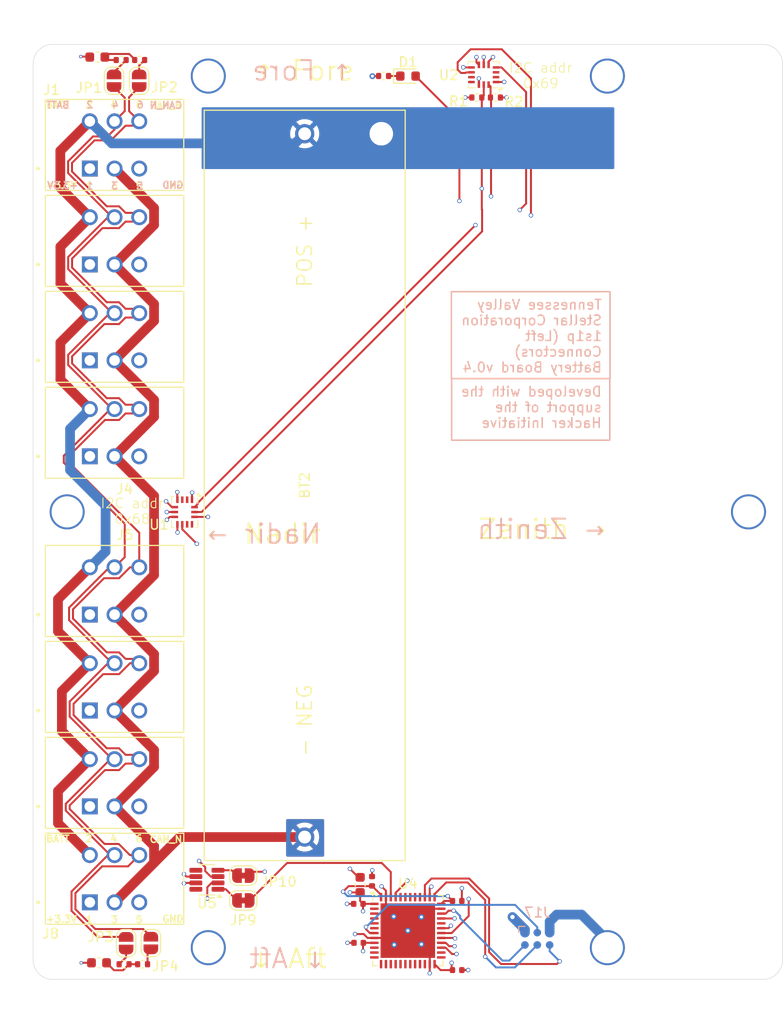
<source format=kicad_pcb>
(kicad_pcb (version 20221018) (generator pcbnew)
  (layers (0 "F.Cu" signal) (1 "In1.Cu" signal) (2 "In2.Cu" signal) (31 "B.Cu" signal) (34 "B.Paste" user) (35 "F.Paste" user) (36 "B.SilkS" user "B.Silkscreen") (37 "F.SilkS" user "F.Silkscreen") (38 "B.Mask" user) (39 "F.Mask" user) (44 "Edge.Cuts" user))
  (property "PCB_VERSION" "0.4")
  (net 0 "")
  (net 1 "BATT_MID")
  (net 2 "BATT")
  (net 3 "GND")
  (net 4 "+3.3V")
  (net 5 "Net-(C7-Pad1)")
  (net 6 "Net-(C8-Pad1)")
  (net 7 "Net-(D1-K)")
  (net 8 "SWDIO")
  (net 9 "NRST")
  (net 10 "SWCLK")
  (net 11 "TRACESWO")
  (net 12 "Net-(JP1-A)")
  (net 13 "Net-(JP2-B)")
  (net 14 "Net-(JP3-A)")
  (net 15 "Net-(JP4-B)")
  (net 16 "I2C1_SCL")
  (net 17 "I2C1_SDA")
  (net 20 "IMU1_INT1")
  (net 21 "IMU1_INT2")
  (net 24 "CAN1_RX")
  (net 25 "CAN1_TX")
  (net 26 "/MCU/DEBUG_LED_A")
  (net 29 "IMU2_INT1")
  (net 30 "IMU2_INT2")
  (net 61 "CAN_2_P")
  (net 62 "CAN_2_N")
  (net 63 "Net-(JP9-A)")
  (net 64 "Net-(JP10-A)")
  (footprint "footprints:TE_Connectivity_7-5530843-7" (layer "F.Cu") (at 122.78 103.31)
    (fp_text reference "J6" hide)
    (fp_text value "TE_Connectivity_7-5530843-7")
  )
  (footprint "footprints:TE_Connectivity_7-5530843-7" (layer "F.Cu") (at 122.78 57.51)
    (fp_text reference "J2" hide)
    (fp_text value "TE_Connectivity_7-5530843-7")
  )
  (footprint "footprints:TE_Connectivity_7-5530843-7" (layer "F.Cu") (at 122.78 77.21)
    (fp_text reference "J4")
    (fp_text value "TE_Connectivity_7-5530843-7")
  )
  (footprint "Resistor_SMD:R_0402_1005Metric" (layer "F.Cu") (at 123.76 131.79)
    (fp_text reference "R6" hide)
    (fp_text value "60")
  )
  (footprint "Package_TO_SOT_SMD:SOT-23-8" (layer "F.Cu") (at 132.2725 123.115 180)
    (fp_text reference "U5")
    (fp_text value "TCAN330")
  )
  (footprint "Jumper:SolderJumper-2_P1.3mm_Open_RoundedPad1.0x1.5mm" (layer "F.Cu") (at 122.73 41.07 -90)
    (fp_text reference "JP1")
    (fp_text value "SolderJumper_2_Open")
  )
  (footprint "footprints:TE_Connectivity_7-5530843-7" (layer "F.Cu") (at 122.78 123.01)
    (fp_text reference "J8")
    (fp_text value "TE_Connectivity_7-5530843-7")
  )
  (footprint "Jumper:SolderJumper-2_P1.3mm_Open_RoundedPad1.0x1.5mm" (layer "F.Cu") (at 125.31 41.07 90)
    (fp_text reference "JP2")
    (fp_text value "SolderJumper_2_Open")
  )
  (footprint "Resistor_SMD:R_0402_1005Metric" (layer "F.Cu") (at 160 42.79)
    (fp_text reference "R1")
    (fp_text value "1k5")
  )
  (footprint "footprints:Nondescript_C_0402_1005Metric" (layer "F.Cu") (at 157.98 125.29)
    (fp_text reference "C3" hide)
    (fp_text value "100n")
  )
  (footprint "Resistor_SMD:R_0402_1005Metric" (layer "F.Cu") (at 125.66 131.79)
    (fp_text reference "R7" hide)
    (fp_text value "60")
  )
  (footprint "footprints:Nondescript_C_0402_1005Metric" (layer "F.Cu") (at 157.98 132.39)
    (fp_text reference "C4" hide)
    (fp_text value "100n")
  )
  (footprint "Jumper:SolderJumper-2_P1.3mm_Bridged_RoundedPad1.0x1.5mm" (layer "F.Cu") (at 136.01 125.24)
    (fp_text reference "JP9")
    (fp_text value "SolderJumper_2_Bridged")
  )
  (footprint "footprints:Nondescript_C_0402_1005Metric" (layer "F.Cu") (at 147.83 125.59 180)
    (fp_text reference "C6" hide)
    (fp_text value "100n")
  )
  (footprint "Package_DFN_QFN:QFN-48-1EP_7x7mm_P0.5mm_EP5.6x5.6mm" (layer "F.Cu") (at 152.91 128.34)
    (fp_text reference "U4")
    (fp_text value "STM32L452CEU6")
  )
  (footprint "footprints:TE_Connectivity_7-5530843-7" (layer "F.Cu") (at 122.78 93.46)
    (fp_text reference "J5")
    (fp_text value "TE_Connectivity_7-5530843-7")
  )
  (footprint "footprints:Interior_Side_Panel_PCB_Shape" (layer "F.Cu") (at 113.71 133.34)
    (fp_text reference "PCB1" hide)
    (fp_text value "~" hide)
    (fp_line (start 0.7 -94) (end 0.7 -2) (stroke (width 0.05)) (layer "Edge.Cuts"))
    (fp_line (start 2.7 -96) (end 75.7 -96) (stroke (width 0.05)) (layer "Edge.Cuts"))
    (fp_line (start 75.7 0) (end 2.7 0) (stroke (width 0.05)) (layer "Edge.Cuts"))
    (fp_line (start 77.7 -94) (end 77.7 -2) (stroke (width 0.05)) (layer "Edge.Cuts"))
    (fp_arc (start 0.7 -94) (mid 1.285786 -95.414214) (end 2.7 -96) (stroke (width 0.05)) (layer "Edge.Cuts"))
    (fp_arc (start 2.7 0) (mid 1.285786 -0.585786) (end 0.7 -2) (stroke (width 0.05)) (layer "Edge.Cuts"))
    (fp_arc (start 75.7 -96) (mid 77.114214 -95.414214) (end 77.7 -94) (stroke (width 0.05)) (layer "Edge.Cuts"))
    (fp_arc (start 77.7 -2) (mid 77.114214 -0.585786) (end 75.7 0) (stroke (width 0.05)) (layer "Edge.Cuts"))
  )
  (footprint "Jumper:SolderJumper-2_P1.3mm_Open_RoundedPad1.0x1.5mm" (layer "F.Cu") (at 126.51 129.61 -90)
    (fp_text reference "JP4")
    (fp_text value "SolderJumper_2_Open")
  )
  (footprint "footprints:Nondescript_C_0603_1608Metric" (layer "F.Cu") (at 148.01 123.64 90)
    (fp_text reference "C1" hide)
    (fp_text value "10u")
  )
  (footprint "Jumper:SolderJumper-2_P1.3mm_Bridged_RoundedPad1.0x1.5mm" (layer "F.Cu") (at 136.01 122.69)
    (fp_text reference "JP10")
    (fp_text value "SolderJumper_2_Bridged")
  )
  (footprint "Resistor_SMD:R_0402_1005Metric" (layer "F.Cu") (at 125.36 38.94)
    (fp_text reference "R5" hide)
    (fp_text value "60")
  )
  (footprint "footprints:TE_Connectivity_7-5530843-7" (layer "F.Cu") (at 122.78 113.16)
    (fp_text reference "J7" hide)
    (fp_text value "TE_Connectivity_7-5530843-7")
  )
  (footprint "Package_LGA:Bosch_LGA-14_3x2.5mm_P0.5mm" (layer "F.Cu") (at 160.71 40.4525 180)
    (fp_text reference "U2")
    (fp_text value "BMI323")
  )
  (footprint "footprints:TE_Connectivity_7-5530843-7" (layer "F.Cu") (at 122.78 67.36)
    (fp_text reference "J3" hide)
    (fp_text value "TE_Connectivity_7-5530843-7")
  )
  (footprint "footprints:Nondescript_C_0402_1005Metric" (layer "F.Cu") (at 147.86 129.59 180)
    (fp_text reference "C5" hide)
    (fp_text value "100n")
  )
  (footprint "Capacitor_SMD:C_0603_1608Metric" (layer "F.Cu") (at 121.01 38.64 180)
    (fp_text reference "C7" hide)
    (fp_text value "10u")
  )
  (footprint "Jumper:SolderJumper-2_P1.3mm_Open_RoundedPad1.0x1.5mm" (layer "F.Cu") (at 123.97 129.63 90)
    (fp_text reference "JP3")
    (fp_text value "SolderJumper_2_Open")
  )
  (footprint "Resistor_SMD:R_0402_1005Metric" (layer "F.Cu") (at 123.46 38.94 180)
    (fp_text reference "R4" hide)
    (fp_text value "60")
  )
  (footprint "LED_SMD:LED_0603_1608Metric" (layer "F.Cu") (at 152.9225 40.59)
    (fp_text reference "D1")
    (fp_text value "Blue LED")
  )
  (footprint "Resistor_SMD:R_0402_1005Metric" (layer "F.Cu") (at 161.91 42.79 180)
    (fp_text reference "R2")
    (fp_text value "1k5")
  )
  (footprint "footprints:BAT_1043" (layer "F.Cu") (at 142.315 82.62 90)
    (fp_text reference "BT2")
    (fp_text value "Keystone_1043")
  )
  (footprint "footprints:Nondescript_C_0402_1005Metric" (layer "F.Cu") (at 149.235 123.265 90)
    (fp_text reference "C2" hide)
    (fp_text value "100n")
  )
  (footprint "footprints:TE_Connectivity_7-5530843-7" (layer "F.Cu") (at 122.78 47.66)
    (fp_text reference "J1")
    (fp_text value "TE_Connectivity_7-5530843-7")
  )
  (footprint "Capacitor_SMD:C_0603_1608Metric" (layer "F.Cu") (at 121.185 131.64 180)
    (fp_text reference "C8" hide)
    (fp_text value "10u")
  )
  (footprint "Package_LGA:Bosch_LGA-14_3x2.5mm_P0.5mm" (layer "F.Cu") (at 129.9875 85.355 -90)
    (fp_text reference "U1")
    (fp_text value "BMI323")
  )
  (footprint "footprints:Nondescript_R_0402_1005Metric" (layer "F.Cu") (at 150.4225 40.58 180)
    (fp_text reference "R3" hide)
    (fp_text value "2.21k")
  )
  (footprint "Connector:Tag-Connect_TC2030-IDC-NL_2x03_P1.27mm_Vertical" (layer "B.Cu") (at 166.21 129.175)
    (fp_text reference "J17")
    (fp_text value "STLINK_TagConnect_6")
  )
  (gr_text "CAN_N" (at 126.310002 43.59) (layer "B.SilkS") (effects (font (size 0.7 0.7) (thickness 0.15) bold) (justify right mirror)))
  (gr_text "GND" (at 127.610002 51.79) (layer "B.SilkS") (effects (font (size 0.7 0.7) (thickness 0.15) bold) (justify right mirror)))
  (gr_text "2" (at 120.235 43.54) (layer "B.SilkS") (effects (font (size 0.7 0.7) (thickness 0.15) bold) (justify mirror)))
  (gr_text "4" (at 122.86 43.565) (layer "B.SilkS") (effects (font (size 0.7 0.7) (thickness 0.15) bold) (justify mirror)))
  (gr_text "5" (at 125.385 51.865) (layer "B.SilkS") (effects (font (size 0.7 0.7) (thickness 0.15) bold) (justify mirror)))
  (gr_text "Nadir →" (at 131.985 87.59) (layer "B.SilkS") (effects (font (size 2 2) (thickness 0.2)) (justify right mirror)))
  (gr_text "+3.3V" (at 119.110002 51.815) (layer "B.SilkS") (effects (font (size 0.7 0.7) (thickness 0.15) bold) (justify left mirror)))
  (gr_text "← Zenith" (at 173.485 87.115) (layer "B.SilkS") (effects (font (size 2 2) (thickness 0.2)) (justify left mirror)))
  (gr_text "BATT\n" (at 118.235002 43.565) (layer "B.SilkS") (effects (font (size 0.7 0.7) (thickness 0.15) bold) (justify left mirror)))
  (gr_text "3" (at 122.785 51.865) (layer "B.SilkS") (effects (font (size 0.7 0.7) (thickness 0.15) bold) (justify mirror)))
  (gr_text "1" (at 120.235 51.865) (layer "B.SilkS") (effects (font (size 0.7 0.7) (thickness 0.15) bold) (justify mirror)))
  (gr_text "6" (at 125.41 43.54) (layer "B.SilkS") (effects (font (size 0.7 0.7) (thickness 0.15) bold) (justify mirror)))
  (gr_text "1" (at 120.16 127.215) (layer "F.SilkS") (effects (font (size 0.7 0.7) (thickness 0.15) bold)))
  (gr_text "4" (at 122.685 43.565) (layer "F.SilkS") (effects (font (size 0.7 0.7) (thickness 0.15) bold)))
  (gr_text "BATT" (at 118.235 43.565) (layer "F.SilkS") (effects (font (size 0.7 0.7) (thickness 0.15) bold) (justify right)))
  (gr_text "← Nadir" (at 144.11 87.59) (layer "F.SilkS") (effects (font (size 2 2) (thickness 0.2)) (justify right)))
  (gr_text "1" (at 120.16 51.865) (layer "F.SilkS") (effects (font (size 0.7 0.7) (thickness 0.15) bold)))
  (gr_text "3" (at 122.76 51.865) (layer "F.SilkS") (effects (font (size 0.7 0.7) (thickness 0.15) bold)))
  (gr_text "Zenith →" (at 160.01 87.115) (layer "F.SilkS") (effects (font (size 2 2) (thickness 0.2)) (justify left)))
  (gr_text "I2C addr\n0x69" (at 166.56 40.54) (layer "F.SilkS") (effects (font (size 1 1) (thickness 0.1))))
  (gr_text "BATT" (at 118.235 118.915) (layer "F.SilkS") (effects (font (size 0.7 0.7) (thickness 0.15) bold) (justify right)))
  (gr_text "5" (at 125.31 127.215) (layer "F.SilkS") (effects (font (size 0.7 0.7) (thickness 0.15) bold)))
  (gr_text "6" (at 125.31 118.89) (layer "F.SilkS") (effects (font (size 0.7 0.7) (thickness 0.15) bold)))
  (gr_text "2" (at 120.135 118.89) (layer "F.SilkS") (effects (font (size 0.7 0.7) (thickness 0.15) bold)))
  (gr_text "CAN_N" (at 126.31 118.965) (layer "F.SilkS") (effects (font (size 0.7 0.7) (thickness 0.15) bold) (justify left)))
  (gr_text "+3.3V" (at 118.985 127.165) (layer "F.SilkS") (effects (font (size 0.7 0.7) (thickness 0.15) bold) (justify right)))
  (gr_text "2" (at 120.135 43.54) (layer "F.SilkS") (effects (font (size 0.7 0.7) (thickness 0.15) bold)))
  (gr_text "+3.3V" (at 118.985 51.815) (layer "F.SilkS") (effects (font (size 0.7 0.7) (thickness 0.15) bold) (justify right)))
  (gr_text "GND\n" (at 127.61 127.14) (layer "F.SilkS") (effects (font (size 0.7 0.7) (thickness 0.15) bold) (justify left)))
  (gr_text "CAN_N" (at 126.31 43.615) (layer "F.SilkS") (effects (font (size 0.7 0.7) (thickness 0.15) bold) (justify left)))
  (gr_text "GND\n" (at 127.61 51.79) (layer "F.SilkS") (effects (font (size 0.7 0.7) (thickness 0.15) bold) (justify left)))
  (gr_text "6" (at 125.31 43.54) (layer "F.SilkS") (effects (font (size 0.7 0.7) (thickness 0.15) bold)))
  (gr_text "4" (at 122.685 118.915) (layer "F.SilkS") (effects (font (size 0.7 0.7) (thickness 0.15) bold)))
  (gr_text "I2C addr\n0x68" (at 124.61 85.265) (layer "F.SilkS") (effects (font (size 1 1) (thickness 0.1))))
  (gr_text "5" (at 125.31 51.865) (layer "F.SilkS") (effects (font (size 0.7 0.7) (thickness 0.15) bold)))
  (gr_text "3" (at 122.76 127.215) (layer "F.SilkS") (effects (font (size 0.7 0.7) (thickness 0.15) bold)))
  (gr_text_box "Tennessee Valley Stellar Corporation\n1s1p (Left Connectors) Battery Board v${PCB_VERSION}\n" (start 157.384041 62.728459) (end 173.68596 71.6525) (layer "B.SilkS") (effects (font (size 1 1)) (justify left top mirror)) (stroke (width 0.15)))
  (gr_text_box "Developed with the support of the Hacker Initiative" (start 157.41 71.6525) (end 173.66 77.9775) (layer "B.SilkS") (effects (font (size 1 1)) (justify left top mirror)) (stroke (width 0.15)))
  (segment (start 126.83915 65.72655) (end 126.83915 63.99485) (width 1) (layer "F.Cu") (net 1))
  (segment (start 126.83915 75.57655) (end 126.83915 73.84485) (width 1) (layer "F.Cu") (net 1))
  (segment (start 126.83915 111.52655) (end 122.78 115.5857) (width 1) (layer "F.Cu") (net 1))
  (segment (start 126.83915 63.99485) (end 122.78 59.9357) (width 1) (layer "F.Cu") (net 1))
  (segment (start 122.78 79.6357) (end 126.83915 75.57655) (width 1) (layer "F.Cu") (net 1))
  (segment (start 126.83915 109.79485) (end 126.83915 111.52655) (width 1) (layer "F.Cu") (net 1))
  (segment (start 122.78 95.8857) (end 126.83915 99.94485) (width 1) (layer "F.Cu") (net 1))
  (segment (start 122.78 125.4357) (end 129.4857 118.73) (width 1) (layer "F.Cu") (net 1))
  (segment (start 122.78 105.7357) (end 126.83915 109.79485) (width 1) (layer "F.Cu") (net 1))
  (segment (start 126.83915 54.14485) (end 126.83915 55.87655) (width 1) (layer "F.Cu") (net 1))
  (segment (start 129.4857 118.73) (end 142.315 118.73) (width 1) (layer "F.Cu") (net 1))
  (segment (start 126.83915 55.87655) (end 122.78 59.9357) (width 1) (layer "F.Cu") (net 1))
  (segment (start 126.83915 121.37655) (end 126.83915 119.64485) (width 1) (layer "F.Cu") (net 1))
  (segment (start 126.83915 73.84485) (end 122.78 69.7857) (width 1) (layer "F.Cu") (net 1))
  (segment (start 126.83915 99.94485) (end 126.83915 101.67655) (width 1) (layer "F.Cu") (net 1))
  (segment (start 122.78 125.4357) (end 126.83915 121.37655) (width 1) (layer "F.Cu") (net 1))
  (segment (start 126.83915 91.82655) (end 126.83915 83.69485) (width 1) (layer "F.Cu") (net 1))
  (segment (start 122.78 95.8857) (end 126.83915 91.82655) (width 1) (layer "F.Cu") (net 1))
  (segment (start 122.78 50.0857) (end 126.83915 54.14485) (width 1) (layer "F.Cu") (net 1))
  (segment (start 122.78 69.7857) (end 126.83915 65.72655) (width 1) (layer "F.Cu") (net 1))
  (segment (start 126.83915 101.67655) (end 122.78 105.7357) (width 1) (layer "F.Cu") (net 1))
  (segment (start 126.83915 83.69485) (end 122.78 79.6357) (width 1) (layer "F.Cu") (net 1))
  (segment (start 126.83915 119.64485) (end 122.78 115.5857) (width 1) (layer "F.Cu") (net 1))
  (segment (start 116.9691 97.6134) (end 120.24 100.8843) (width 1) (layer "F.Cu") (net 2))
  (segment (start 117.2191 61.9134) (end 120.24 64.9343) (width 1) (layer "F.Cu") (net 2))
  (segment (start 117.2191 67.9552) (end 117.2191 71.7634) (width 1) (layer "F.Cu") (net 2))
  (segment (start 117.3691 107.8634) (end 120.24 110.7343) (width 1) (layer "F.Cu") (net 2))
  (segment (start 120.24 64.9343) (end 117.2191 67.9552) (width 1) (layer "F.Cu") (net 2))
  (segment (start 117.21 48.2643) (end 117.21 52.0543) (width 1) (layer "F.Cu") (net 2))
  (segment (start 117.2191 71.7634) (end 120.24 74.7843) (width 1) (layer "F.Cu") (net 2))
  (segment (start 120.24 91.0343) (end 116.9691 94.3052) (width 1) (layer "F.Cu") (net 2))
  (segment (start 117.21 52.0543) (end 120.24 55.0843) (width 1) (layer "F.Cu") (net 2))
  (segment (start 116.9691 114.0052) (end 120.24 110.7343) (width 1) (layer "F.Cu") (net 2))
  (segment (start 120.24 55.0843) (end 117.2191 58.1052) (width 1) (layer "F.Cu") (net 2))
  (segment (start 120.24 100.8843) (end 117.3691 103.7552) (width 1) (layer "F.Cu") (net 2))
  (segment (start 116.9691 117.3134) (end 116.9691 114.0052) (width 1) (layer "F.Cu") (net 2))
  (segment (start 120.24 120.5843) (end 116.9691 117.3134) (width 1) (layer "F.Cu") (net 2))
  (segment (start 120.24 45.2343) (end 117.21 48.2643) (width 1) (layer "F.Cu") (net 2))
  (segment (start 116.9691 94.3052) (end 116.9691 97.6134) (width 1) (layer "F.Cu") (net 2))
  (segment (start 117.2191 58.1052) (end 117.2191 61.9134) (width 1) (layer "F.Cu") (net 2))
  (segment (start 117.3691 103.7552) (end 117.3691 107.8634) (width 1) (layer "F.Cu") (net 2))
  (segment (start 121.86 84.69) (end 121.86 89.4143) (width 1) (layer "B.Cu") (net 2))
  (segment (start 121.86 89.4143) (end 120.24 91.0343) (width 1) (layer "B.Cu") (net 2))
  (segment (start 141.325 47.5) (end 122.5057 47.5) (width 1) (layer "B.Cu") (net 2))
  (segment (start 122.5057 47.5) (end 120.24 45.2343) (width 1) (layer "B.Cu") (net 2))
  (segment (start 118.21 81.04) (end 121.86 84.69) (width 1) (layer "B.Cu") (net 2))
  (segment (start 118.21 76.8143) (end 118.21 81.04) (width 1) (layer "B.Cu") (net 2))
  (segment (start 142.315 46.51) (end 141.325 47.5) (width 1) (layer "B.Cu") (net 2))
  (segment (start 120.24 74.7843) (end 118.21 76.8143) (width 1) (layer "B.Cu") (net 2))
  (segment (start 159.96 39.19) (end 160.21 39.44) (width 0.2) (layer "F.Cu") (net 3))
  (segment (start 160.71 39.44) (end 160.71 38.64) (width 0.2) (layer "F.Cu") (net 3))
  (segment (start 147.38 129.59) (end 146.71 129.59) (width 0.2) (layer "F.Cu") (net 3))
  (segment (start 128.975 85.855) (end 128.45 85.855) (width 0.2) (layer "F.Cu") (net 3))
  (segment (start 119.31 38.59) (end 120.185 38.59) (width 0.2) (layer "F.Cu") (net 3))
  (segment (start 150.66 124.9025) (end 150.66 125.99) (width 0.2) (layer "F.Cu") (net 3))
  (segment (start 130.7375 84.0925) (end 130.7375 83.3675) (width 0.2) (layer "F.Cu") (net 3))
  (segment (start 132.747501 123.44) (end 132.31 123.877501) (width 0.2) (layer "F.Cu") (net 3))
  (segment (start 150.21 123.79) (end 150.66 124.24) (width 0.2) (layer "F.Cu") (net 3))
  (segment (start 148.376134 128.69) (end 147.485 128.69) (width 0.2) (layer "F.Cu") (net 3))
  (segment (start 120.41 131.64) (end 119.36 131.64) (width 0.2) (layer "F.Cu") (net 3))
  (segment (start 128.975 85.355) (end 128.15 85.355) (width 0.2) (layer "F.Cu") (net 3))
  (segment (start 148.776134 129.09) (end 148.376134 128.69) (width 0.2) (layer "F.Cu") (net 3))
  (segment (start 149.4725 129.09) (end 148.776134 129.09) (width 0.2) (layer "F.Cu") (net 3))
  (segment (start 158.46 132.39) (end 159.11 132.39) (width 0.2) (layer "F.Cu") (net 3))
  (segment (start 147.835 122.865) (end 146.96 121.99) (width 0.2) (layer "F.Cu") (net 3))
  (segment (start 158.46 123.99) (end 158.46 125.29) (width 0.2) (layer "F.Cu") (net 3))
  (segment (start 149.235 122.785) (end 149.235 122.165) (width 0.2) (layer "F.Cu") (net 3))
  (segment (start 155.16 131.7775) (end 155.16 130.29) (width 0.2) (layer "F.Cu") (net 3))
  (segment (start 128.45 85.855) (end 128.15 86.155) (width 0.2) (layer "F.Cu") (net 3))
  (segment (start 149.2725 40.6) (end 149.8925 40.6) (width 0.2) (layer "F.Cu") (net 3))
  (segment (start 149.235 122.165) (end 149.26 122.14) (width 0.2) (layer "F.Cu") (net 3))
  (segment (start 159.96 38.64) (end 159.96 39.19) (width 0.2) (layer "F.Cu") (net 3))
  (segment (start 155.16 131.7775) (end 155.16 132.715) (width 0.2) (layer "F.Cu") (net 3))
  (segment (start 150.66 124.24) (end 150.66 124.9025) (width 0.2) (layer "F.Cu") (net 3))
  (segment (start 133.41 123.44) (end 132.747501 123.44) (width 0.2) (layer "F.Cu") (net 3))
  (segment (start 132.31 123.877501) (end 132.31 125.04) (width 0.2) (layer "F.Cu") (net 3))
  (segment (start 130.7375 83.3675) (end 130.75 83.355) (width 0.2) (layer "F.Cu") (net 3))
  (segment (start 147.35 125.59) (end 146.66 125.59) (width 0.2) (layer "F.Cu") (net 3))
  (segment (start 156.3475 126.09) (end 155.16 126.09) (width 0.2) (layer "F.Cu") (net 3))
  (segment (start 150.81 129.09) (end 149.4725 129.09) (width 0.2) (layer "F.Cu") (net 3))
  (via (at 158.46 123.99) (size 0.45) (drill 0.3) (layers "F.Cu" "B.Cu") (net 3))
  (via (at 159.11 132.39) (size 0.45) (drill 0.3) (layers "F.Cu" "B.Cu") (net 3))
  (via (at 147.485 128.69) (size 0.45) (drill 0.3) (layers "F.Cu" "B.Cu") (net 3))
  (via (at 159.96 38.64) (size 0.45) (drill 0.3) (layers "F.Cu" "B.Cu") (net 3))
  (via (at 119.31 38.59) (size 0.35) (drill 0.2) (layers "F.Cu" "B.Cu") (net 3))
  (via (at 155.16 132.715) (size 0.45) (drill 0.3) (layers "F.Cu" "B.Cu") (net 3))
  (via (at 160.71 38.64) (size 0.45) (drill 0.3) (layers "F.Cu" "B.Cu") (net 3))
  (via (at 132.31 125.04) (size 0.45) (drill 0.3) (layers "F.Cu" "B.Cu") (net 3))
  (via (at 146.96 121.99) (size 0.45) (drill 0.3) (layers "F.Cu" "B.Cu") (net 3))
  (via (at 146.71 129.59) (size 0.45) (drill 0.3) (layers "F.Cu" "B.Cu") (net 3))
  (via (at 149.2725 40.6) (size 0.6) (drill 0.3) (layers "F.Cu" "B.Cu") (net 3))
  (via (at 152.91 128.34) (size 0.6) (drill 0.3) (layers "F.Cu" "B.Cu") (net 3))
  (via (at 151.46 126.89) (size 0.6) (drill 0.3) (layers "F.Cu" "B.Cu") (net 3))
  (via (at 130.75 83.355) (size 0.45) (drill 0.3) (layers "F.Cu" "B.Cu") (net 3))
  (via (at 154.31 129.74) (size 0.6) (drill 0.3) (layers "F.Cu" "B.Cu") (net 3))
  (via (at 151.51 129.79) (size 0.6) (drill 0.3) (layers "F.Cu" "B.Cu") (net 3))
  (via (at 146.66 125.59) (size 0.45) (drill 0.3) (layers "F.Cu" "B.Cu") (net 3))
  (via (at 150.21 123.79) (size 0.45) (drill 0.3) (layers "F.Cu" "B.Cu") (net 3))
  (via (at 128.15 85.355) (size 0.45) (drill 0.3) (layers "F.Cu" "B.Cu") (net 3))
  (via (at 149.26 122.14) (size 0.45) (drill 0.3) (layers "F.Cu" "B.Cu") (net 3))
  (via (at 119.36 131.64) (size 0.35) (drill 0.2) (layers "F.Cu" "B.Cu") (net 3))
  (via (at 154.31 126.94) (size 0.6) (drill 0.3) (layers "F.Cu" "B.Cu") (net 3))
  (via (at 128.15 86.155) (size 0.45) (drill 0.3) (layers "F.Cu" "B.Cu") (net 3))
  (segment (start 167.48 128.54) (end 167.48 127.42) (width 1) (layer "B.Cu") (net 3))
  (segment (start 168.21 126.69) (end 170.76 126.69) (width 1) (layer "B.Cu") (net 3))
  (segment (start 167.48 127.42) (end 168.21 126.69) (width 1) (layer "B.Cu") (net 3))
  (segment (start 170.76 126.69) (end 173.41 129.34) (width 1) (layer "B.Cu") (net 3))
  (segment (start 132.375 85.855) (end 131 85.855) (width 0.2) (layer "F.Cu") (net 4))
  (segment (start 161.21 39.09) (end 161.66 38.64) (width 0.2) (layer "F.Cu") (net 4))
  (segment (start 162.7975 41.2025) (end 162.81 41.19) (width 0.2) (layer "F.Cu") (net 4))
  (segment (start 148.01 125.29) (end 148.31 125.59) (width 0.2) (layer "F.Cu") (net 4))
  (segment (start 157.005 124.795) (end 157.5 125.29) (width 0.2) (layer "F.Cu") (net 4))
  (segment (start 148.34 129.59) (end 149.4725 129.59) (width 0.2) (layer "F.Cu") (net 4))
  (segment (start 158.6225 39.7025) (end 158.61 39.69) (width 0.2) (layer "F.Cu") (net 4))
  (segment (start 157.5 125.29) (end 156.6475 125.29) (width 0.2) (layer "F.Cu") (net 4))
  (segment (start 157.41 131.64) (end 157.41 132.3) (width 0.2) (layer "F.Cu") (net 4))
  (segment (start 161.9725 41.2025) (end 162.7975 41.2025) (width 0.2) (layer "F.Cu") (net 4))
  (segment (start 146.83 123.77) (end 149.21 123.77) (width 0.2) (layer "F.Cu") (net 4))
  (segment (start 132.66 122.79) (end 133.41 122.79) (width 0.2) (layer "F.Cu") (net 4))
  (segment (start 159.4475 39.7025) (end 158.6225 39.7025) (width 0.2) (layer "F.Cu") (net 4))
  (segment (start 131.46 121.19) (end 132.0975 121.8275) (width 0.2) (layer "F.Cu") (net 4))
  (segment (start 129.2375 87.4425) (end 129.25 87.455) (width 0.2) (layer "F.Cu") (net 4))
  (segment (start 148.31 130.44) (end 148.31 129.62) (width 0.2) (layer "F.Cu") (net 4))
  (segment (start 156.2725 132.39) (end 157.5 132.39) (width 0.2) (layer "F.Cu") (net 4))
  (segment (start 148.31 125.59) (end 149.4725 125.59) (width 0.2) (layer "F.Cu") (net 4))
  (segment (start 146.26 124.34) (end 146.83 123.77) (width 0.2) (layer "F.Cu") (net 4))
  (segment (start 128.675 84.855) (end 128.975 84.855) (width 0.2) (layer "F.Cu") (net 4))
  (segment (start 160.21 41.465) (end 160.21 40.84) (width 0.2) (layer "F.Cu") (net 4))
  (segment (start 162.42 42.79) (end 163.06 42.79) (width 0.2) (layer "F.Cu") (net 4))
  (segment (start 161.21 39.44) (end 161.21 39.09) (width 0.2) (layer "F.Cu") (net 4))
  (segment (start 132.0975 122.2275) (end 132.66 122.79) (width 0.2) (layer "F.Cu") (net 4))
  (segment (start 159.49 42.79) (end 158.81 42.79) (width 0.2) (layer "F.Cu") (net 4))
  (segment (start 146.96 124.415) (end 148.01 124.415) (width 0.2) (layer "F.Cu") (net 4))
  (segment (start 155.66 131.7775) (end 156.2725 132.39) (width 0.2) (layer "F.Cu") (net 4))
  (segment (start 156.6475 125.29) (end 156.3475 125.59) (width 0.2) (layer "F.Cu") (net 4))
  (segment (start 148.31 126.34) (end 148.31 125.59) (width 0.2) (layer "F.Cu") (net 4))
  (segment (start 148.01 124.415) (end 148.01 125.29) (width 0.2) (layer "F.Cu") (net 4))
  (segment (start 128.075 84.255) (end 128.675 84.855) (width 0.2) (layer "F.Cu") (net 4))
  (segment (start 132.0975 121.8275) (end 132.0975 122.2275) (width 0.2) (layer "F.Cu") (net 4))
  (segment (start 149.235 123.745) (end 150.16 124.67) (width 0.2) (layer "F.Cu") (net 4))
  (segment (start 129.2375 86.6175) (end 129.2375 87.4425) (width 0.2) (layer "F.Cu") (net 4))
  (via (at 146.96 124.415) (size 0.45) (drill 0.3) (layers "F.Cu" "B.Cu") (net 4))
  (via (at 161.66 38.64) (size 0.45) (drill 0.3) (layers "F.Cu" "B.Cu") (net 4))
  (via (at 162.81 41.19) (size 0.45) (drill 0.3) (layers "F.Cu" "B.Cu") (net 4))
  (via (at 131.46 121.19) (size 0.45) (drill 0.3) (layers "F.Cu" "B.Cu") (net 4))
  (via (at 163.06 42.79) (size 0.45) (drill 0.3) (layers "F.Cu" "B.Cu") (net 4))
  (via (at 158.81 42.79) (size 0.45) (drill 0.3) (layers "F.Cu" "B.Cu") (net 4))
  (via (at 132.375 85.855) (size 0.45) (drill 0.3) (layers "F.Cu" "B.Cu") (net 4))
  (via (at 148.31 130.44) (size 0.45) (drill 0.3) (layers "F.Cu" "B.Cu") (net 4))
  (via (at 157.005 124.795) (size 0.45) (drill 0.3) (layers "F.Cu" "B.Cu") (net 4))
  (via (at 163.66 126.94) (size 0.6) (drill 0.45) (layers "F.Cu" "B.Cu") (net 4))
  (via (at 157.41 131.64) (size 0.45) (drill 0.3) (layers "F.Cu" "B.Cu") (net 4))
  (via (at 158.61 39.69) (size 0.45) (drill 0.3) (layers "F.Cu" "B.Cu") (net 4))
  (via (at 128.075 84.255) (size 0.45) (drill 0.3) (layers "F.Cu" "B.Cu") (net 4))
  (via (at 148.31 126.34) (size 0.45) (drill 0.3) (layers "F.Cu" "B.Cu") (net 4))
  (via (at 160.21 40.84) (size 0.45) (drill 0.3) (layers "F.Cu" "B.Cu") (net 4))
  (via (at 129.25 87.455) (size 0.45) (drill 0.3) (layers "F.Cu" "B.Cu") (net 4))
  (via (at 146.26 124.34) (size 0.45) (drill 0.3) (layers "F.Cu" "B.Cu") (net 4))
  (segment (start 146.26 124.34) (end 146.715 124.795) (width 0.2) (layer "B.Cu") (net 4))
  (segment (start 146.715 124.795) (end 157.005 124.795) (width 0.2) (layer "B.Cu") (net 4))
  (segment (start 164.94 128.54) (end 164.94 128.22) (width 1) (layer "B.Cu") (net 4))
  (segment (start 164.94 128.22) (end 163.66 126.94) (width 1) (layer "B.Cu") (net 4))
  (segment (start 124.288924 38.32) (end 122.105 38.32) (width 0.2) (layer "F.Cu") (net 5))
  (segment (start 122.95 38.94) (end 122.085 38.94) (width 0.2) (layer "F.Cu") (net 5))
  (segment (start 124.85 38.881076) (end 124.288924 38.32) (width 0.2) (layer "F.Cu") (net 5))
  (segment (start 122.73 132.41) (end 123.65 132.41) (width 0.2) (layer "F.Cu") (net 6))
  (segment (start 125.15 131.79) (end 124.27 131.79) (width 0.2) (layer "F.Cu") (net 6))
  (segment (start 121.96 131.64) (end 122.73 132.41) (width 0.2) (layer "F.Cu") (net 6))
  (segment (start 123.65 132.41) (end 124.27 131.79) (width 0.2) (layer "F.Cu") (net 6))
  (segment (start 150.9325 40.58) (end 152.125 40.58) (width 0.2) (layer "F.Cu") (net 7))
  (segment (start 157.61 126.29) (end 157.085 126.29) (width 0.2) (layer "F.Cu") (net 8))
  (segment (start 156.799386 126.59) (end 156.3475 126.59) (width 0.2) (layer "F.Cu") (net 8))
  (segment (start 157.085 126.304386) (end 156.799386 126.59) (width 0.2) (layer "F.Cu") (net 8))
  (segment (start 157.085 126.29) (end 157.085 126.304386) (width 0.2) (layer "F.Cu") (net 8))
  (via (at 157.61 126.29) (size 0.45) (drill 0.3) (layers "F.Cu" "B.Cu") (net 8))
  (segment (start 157.61 126.29) (end 157.730244 126.29) (width 0.2) (layer "B.Cu") (net 8))
  (segment (start 157.730244 126.29) (end 158.29 126.849756) (width 0.2) (layer "B.Cu") (net 8))
  (segment (start 163.335 131.415) (end 164.94 129.81) (width 0.2) (layer "B.Cu") (net 8))
  (segment (start 158.29 126.849756) (end 158.29 127.07) (width 0.2) (layer "B.Cu") (net 8))
  (segment (start 158.29 127.07) (end 162.635 131.415) (width 0.2) (layer "B.Cu") (net 8))
  (segment (start 162.635 131.415) (end 163.335 131.415) (width 0.2) (layer "B.Cu") (net 8))
  (segment (start 148.614154 128.194154) (end 149.01 128.59) (width 0.2) (layer "F.Cu") (net 9))
  (segment (start 149.01 128.59) (end 149.4725 128.59) (width 0.2) (layer "F.Cu") (net 9))
  (segment (start 148.614154 127.962063) (end 148.614154 128.194154) (width 0.2) (layer "F.Cu") (net 9))
  (via (at 148.614154 127.962063) (size 0.45) (drill 0.3) (layers "F.Cu" "B.Cu") (net 9))
  (segment (start 163.916775 125.69) (end 166.21 127.983225) (width 0.2) (layer "B.Cu") (net 9))
  (segment (start 148.637937 127.962063) (end 150.91 125.69) (width 0.2) (layer "B.Cu") (net 9))
  (segment (start 150.91 125.69) (end 163.916775 125.69) (width 0.2) (layer "B.Cu") (net 9))
  (segment (start 148.614154 127.962063) (end 148.637937 127.962063) (width 0.2) (layer "B.Cu") (net 9))
  (segment (start 166.21 127.983225) (end 166.21 128.54) (width 0.2) (layer "B.Cu") (net 9))
  (segment (start 159.044314 123.39) (end 156.86 123.39) (width 0.2) (layer "F.Cu") (net 10))
  (segment (start 156.86 123.39) (end 155.66 124.59) (width 0.2) (layer "F.Cu") (net 10))
  (segment (start 160.86 125.205686) (end 159.044314 123.39) (width 0.2) (layer "F.Cu") (net 10))
  (segment (start 160.86 131.015) (end 160.86 125.205686) (width 0.2) (layer "F.Cu") (net 10))
  (via (at 160.86 131.015) (size 0.45) (drill 0.3) (layers "F.Cu" "B.Cu") (net 10))
  (segment (start 160.86 131.015) (end 161.96 132.115) (width 0.2) (layer "B.Cu") (net 10))
  (segment (start 163.905 132.115) (end 166.21 129.81) (width 0.2) (layer "B.Cu") (net 10))
  (segment (start 161.96 132.115) (end 163.905 132.115) (width 0.2) (layer "B.Cu") (net 10))
  (segment (start 159.21 122.99) (end 155.339756 122.99) (width 0.2) (layer "F.Cu") (net 11))
  (segment (start 161.26 130.54) (end 161.26 125.04) (width 0.2) (layer "F.Cu") (net 11))
  (segment (start 168.51 131.49) (end 168.235 131.765) (width 0.2) (layer "F.Cu") (net 11))
  (segment (start 162.485 131.765) (end 161.26 130.54) (width 0.2) (layer "F.Cu") (net 11))
  (segment (start 168.235 131.765) (end 162.485 131.765) (width 0.2) (layer "F.Cu") (net 11))
  (segment (start 161.26 125.04) (end 159.21 122.99) (width 0.2) (layer "F.Cu") (net 11))
  (segment (start 155.339756 122.99) (end 154.66 123.669756) (width 0.2) (layer "F.Cu") (net 11))
  (segment (start 154.66 123.669756) (end 154.66 124.9025) (width 0.2) (layer "F.Cu") (net 11))
  (via (at 168.51 131.49) (size 0.45) (drill 0.3) (layers "F.Cu" "B.Cu") (net 11))
  (segment (start 168.51 131.49) (end 167.48 130.46) (width 0.2) (layer "B.Cu") (net 11))
  (segment (start 167.48 130.46) (end 167.48 129.81) (width 0.2) (layer "B.Cu") (net 11))
  (segment (start 122.73 40.18) (end 123.97 38.94) (width 0.2) (layer "F.Cu") (net 12))
  (segment (start 125.31 39.5) (end 125.87 38.94) (width 0.2) (layer "F.Cu") (net 13))
  (segment (start 125.31 40.42) (end 125.31 39.5) (width 0.2) (layer "F.Cu") (net 13))
  (segment (start 123.97 130.28) (end 123.97 131.07) (width 0.2) (layer "F.Cu") (net 14))
  (segment (start 123.97 131.07) (end 123.25 131.79) (width 0.2) (layer "F.Cu") (net 14))
  (segment (start 126.17 131.79) (end 126.17 130.6) (width 0.2) (layer "F.Cu") (net 15))
  (segment (start 160.54 54.299759) (end 160.54 56.54) (width 0.2) (layer "F.Cu") (net 16))
  (segment (start 160.71 42.59) (end 160.51 42.79) (width 0.2) (layer "F.Cu") (net 16))
  (segment (start 159.164332 125.082409) (end 159.164332 126.83468) (width 0.2) (layer "F.Cu") (net 16))
  (segment (start 160.51 54.269759) (end 160.54 54.299759) (width 0.2) (layer "F.Cu") (net 16))
  (segment (start 159.164332 126.83468) (end 157.409012 128.59) (width 0.2) (layer "F.Cu") (net 16))
  (segment (start 157.409012 128.59) (end 156.3475 128.59) (width 0.2) (layer "F.Cu") (net 16))
  (segment (start 160.51 52.14) (end 160.51 54.269759) (width 0.2) (layer "F.Cu") (net 16))
  (segment (start 160.71 41.465) (end 160.71 42.59) (width 0.2) (layer "F.Cu") (net 16))
  (segment (start 131.725 85.355) (end 131 85.355) (width 0.2) (layer "F.Cu") (net 16))
  (segment (start 160.51 52.14) (end 160.51 42.79) (width 0.2) (layer "F.Cu") (net 16))
  (segment (start 160.54 56.54) (end 131.725 85.355) (width 0.2) (layer "F.Cu") (net 16))
  (via (at 160.51 52.14) (size 0.45) (drill 0.3) (layers "F.Cu" "B.Cu") (net 16))
  (via (at 159.164332 125.082409) (size 0.45) (drill 0.3) (layers "F.Cu" "B.Cu") (net 16))
  (segment (start 161.46 52.94) (end 161.46 42.85) (width 0.2) (layer "F.Cu") (net 17))
  (segment (start 157.088768 128.09) (end 156.3475 128.09) (width 0.2) (layer "F.Cu") (net 17))
  (segment (start 131.33 84.525) (end 131 84.855) (width 0.2) (layer "F.Cu") (net 17))
  (segment (start 161.41 41.665) (end 161.41 42.78) (width 0.2) (layer "F.Cu") (net 17))
  (segment (start 131.33 84.42) (end 131.33 84.525) (width 0.2) (layer "F.Cu") (net 17))
  (segment (start 161.21 41.465) (end 161.41 41.665) (width 0.2) (layer "F.Cu") (net 17))
  (segment (start 157.338768 127.84) (end 157.088768 128.09) (width 0.2) (layer "F.Cu") (net 17))
  (segment (start 159.86 55.89) (end 131.33 84.42) (width 0.2) (layer "F.Cu") (net 17))
  (via (at 159.86 55.89) (size 0.45) (drill 0.3) (layers "F.Cu" "B.Cu") (net 17))
  (via (at 157.338768 127.84) (size 0.45) (drill 0.3) (layers "F.Cu" "B.Cu") (net 17))
  (via (at 161.46 52.94) (size 0.45) (drill 0.3) (layers "F.Cu" "B.Cu") (net 17))
  (segment (start 129.225 83.305) (end 129.225 84.08) (width 0.2) (layer "F.Cu") (net 20))
  (segment (start 157.71 129.09) (end 156.3475 129.09) (width 0.2) (layer "F.Cu") (net 20))
  (segment (start 157.76 129.14) (end 157.71 129.09) (width 0.2) (layer "F.Cu") (net 20))
  (via (at 157.76 129.14) (size 0.45) (drill 0.3) (layers "F.Cu" "B.Cu") (net 20))
  (via (at 129.225 83.305) (size 0.45) (drill 0.3) (layers "F.Cu" "B.Cu") (net 20))
  (segment (start 157.71 127.09) (end 156.3475 127.09) (width 0.2) (layer "F.Cu") (net 21))
  (segment (start 131.232622 88.617378) (end 129.7375 87.122256) (width 0.2) (layer "F.Cu") (net 21))
  (segment (start 129.7375 87.122256) (end 129.7375 86.6175) (width 0.2) (layer "F.Cu") (net 21))
  (via (at 157.71 127.09) (size 0.45) (drill 0.3) (layers "F.Cu" "B.Cu") (net 21))
  (via (at 131.232622 88.617378) (size 0.45) (drill 0.3) (layers "F.Cu" "B.Cu") (net 21))
  (segment (start 151.66 124.450614) (end 151.66 124.9025) (width 0.2) (layer "F.Cu") (net 24))
  (segment (start 138.21 122.29) (end 137.06 122.29) (width 0.2) (layer "F.Cu") (net 24))
  (segment (start 152.86 123.215) (end 152.86 123.250614) (width 0.2) (layer "F.Cu") (net 24))
  (segment (start 152.86 123.250614) (end 151.66 124.450614) (width 0.2) (layer "F.Cu") (net 24))
  (segment (start 137.06 122.29) (end 136.66 122.69) (width 0.2) (layer "F.Cu") (net 24))
  (via (at 152.86 123.215) (size 0.45) (drill 0.3) (layers "F.Cu" "B.Cu") (net 24))
  (via (at 138.21 122.29) (size 0.45) (drill 0.3) (layers "F.Cu" "B.Cu") (net 24))
  (segment (start 151.16 122.319756) (end 150.230244 121.39) (width 0.2) (layer "F.Cu") (net 25))
  (segment (start 140.51 121.39) (end 136.66 125.24) (width 0.2) (layer "F.Cu") (net 25))
  (segment (start 150.230244 121.39) (end 140.51 121.39) (width 0.2) (layer "F.Cu") (net 25))
  (segment (start 151.16 124.9025) (end 151.16 122.319756) (width 0.2) (layer "F.Cu") (net 25))
  (segment (start 158.21 53.415) (end 158.21 45.09) (width 0.2) (layer "F.Cu") (net 26))
  (segment (start 155.16 123.99) (end 155.16 124.9025) (width 0.2) (layer "F.Cu") (net 26))
  (segment (start 158.21 45.09) (end 153.71 40.59) (width 0.2) (layer "F.Cu") (net 26))
  (segment (start 155.3225 123.8275) (end 155.16 123.99) (width 0.2) (layer "F.Cu") (net 26))
  (via (at 158.21 53.415) (size 0.45) (drill 0.3) (layers "F.Cu" "B.Cu") (net 26))
  (via (at 155.3225 123.8275) (size 0.45) (drill 0.3) (layers "F.Cu" "B.Cu") (net 26))
  (segment (start 157.16 129.94) (end 156.81 129.59) (width 0.2) (layer "F.Cu") (net 29))
  (segment (start 157.71 129.94) (end 157.16 129.94) (width 0.2) (layer "F.Cu") (net 29))
  (segment (start 165.06 42.2275) (end 162.535 39.7025) (width 0.2) (layer "F.Cu") (net 29))
  (segment (start 165.06 53.69) (end 165.06 42.2275) (width 0.2) (layer "F.Cu") (net 29))
  (segment (start 164.41 54.34) (end 165.06 53.69) (width 0.2) (layer "F.Cu") (net 29))
  (segment (start 156.81 129.59) (end 156.3475 129.59) (width 0.2) (layer "F.Cu") (net 29))
  (segment (start 162.535 39.7025) (end 161.9725 39.7025) (width 0.2) (layer "F.Cu") (net 29))
  (via (at 157.71 129.94) (size 0.45) (drill 0.3) (layers "F.Cu" "B.Cu") (net 29))
  (via (at 164.41 54.34) (size 0.45) (drill 0.3) (layers "F.Cu" "B.Cu") (net 29))
  (segment (start 165.56 54.89) (end 165.56 40.84) (width 0.2) (layer "F.Cu") (net 30))
  (segment (start 162.56 37.84) (end 159.36 37.84) (width 0.2) (layer "F.Cu") (net 30))
  (segment (start 157.449386 130.74) (end 156.799386 130.09) (width 0.2) (layer "F.Cu") (net 30))
  (segment (start 158.369756 40.27) (end 158.850244 40.27) (width 0.2) (layer "F.Cu") (net 30))
  (segment (start 158.03 39.930244) (end 158.369756 40.27) (width 0.2) (layer "F.Cu") (net 30))
  (segment (start 157.91 130.74) (end 157.449386 130.74) (width 0.2) (layer "F.Cu") (net 30))
  (segment (start 165.56 40.84) (end 162.56 37.84) (width 0.2) (layer "F.Cu") (net 30))
  (segment (start 158.905244 40.215) (end 159.435 40.215) (width 0.2) (layer "F.Cu") (net 30))
  (segment (start 158.03 39.17) (end 158.03 39.930244) (width 0.2) (layer "F.Cu") (net 30))
  (segment (start 156.799386 130.09) (end 156.3475 130.09) (width 0.2) (layer "F.Cu") (net 30))
  (segment (start 158.850244 40.27) (end 158.905244 40.215) (width 0.2) (layer "F.Cu") (net 30))
  (segment (start 159.36 37.84) (end 158.03 39.17) (width 0.2) (layer "F.Cu") (net 30))
  (via (at 165.56 54.89) (size 0.45) (drill 0.3) (layers "F.Cu" "B.Cu") (net 30))
  (via (at 157.91 130.74) (size 0.45) (drill 0.3) (layers "F.Cu" "B.Cu") (net 30))
  (segment (start 118.0191 60.414786) (end 118.0191 59.1627) (width 0.2) (layer "F.Cu") (net 61))
  (segment (start 122.538615 110.7343) (end 118.1691 106.364785) (width 0.2) (layer "F.Cu") (net 61))
  (segment (start 122.538614 100.8843) (end 118.11 96.455685) (width 0.2) (layer "F.Cu") (net 61))
  (segment (start 118.01 49.342515) (end 120.562515 46.79) (width 0.2) (layer "F.Cu") (net 61))
  (segment (start 118.11 95.174314) (end 122.250014 91.0343) (width 0.2) (layer "F.Cu") (net 61))
  (segment (start 122.350014 110.7343) (end 117.7691 115.315215) (width 0.2) (layer "F.Cu") (net 61))
  (segment (start 118.1691 104.8127) (end 122.0975 100.8843) (width 0.2) (layer "F.Cu") (net 61))
  (segment (start 118.1691 106.364785) (end 118.1691 104.8127) (width 0.2) (layer "F.Cu") (net 61))
  (segment (start 122.73 41.72) (end 123.825 42.815) (width 0.2) (layer "F.Cu") (net 61))
  (segment (start 123.97 128.98) (end 121.034314 128.98) (width 0.2) (layer "F.Cu") (net 61))
  (segment (start 123.825 42.815) (end 123.825 44.1893) (width 0.2) (layer "F.Cu") (net 61))
  (segment (start 122.06 46.79) (end 122.78 46.07) (width 0.2) (layer "F.Cu") (net 61))
  (segment (start 120.562515 46.79) (end 122.06 46.79) (width 0.2) (layer "F.Cu") (net 61))
  (segment (start 121.034314 128.98) (end 118.36 126.305685) (width 0.2) (layer "F.Cu") (net 61))
  (segment (start 129.91 123.49) (end 129.96 123.44) (width 0.2) (layer "F.Cu") (net 61))
  (segment (start 118.36 124.321801) (end 122.0975 120.5843) (width 0.2) (layer "F.Cu") (net 61))
  (segment (start 122.78 91.0343) (end 123.824999 89.989301) (width 0.2) (layer "F.Cu") (net 61))
  (segment (start 118.11 96.455685) (end 118.11 95.174314) (width 0.2) (layer "F.Cu") (net 61))
  (segment (start 118.0191 69.202615) (end 118.0191 70.264786) (width 0.2) (layer "F.Cu") (net 61))
  (segment (start 118.0191 59.1627) (end 122.0975 55.0843) (width 0.2) (layer "F.Cu") (net 61))
  (segment (start 117.566056 79.568258) (end 122.350014 74.7843) (width 0.2) (layer "F.Cu") (net 61))
  (segment (start 118.36 126.305685) (end 118.36 124.321801) (width 0.2) (layer "F.Cu") (net 61))
  (segment (start 123.825 44.1893) (end 122.78 45.2343) (width 0.2) (layer "F.Cu") (net 61))
  (segment (start 118.0191 70.264786) (end 122.538614 74.7843) (width 0.2) (layer "F.Cu") (net 61))
  (segment (start 123.824999 89.989301) (end 123.824999 86.554999) (width 0.2) (layer "F.Cu") (net 61))
  (segment (start 117.566056 80.296055) (end 117.566056 79.568258) (width 0.2) (layer "F.Cu") (net 61))
  (segment (start 122.78 46.07) (end 122.78 45.2343) (width 0.2) (layer "F.Cu") (net 61))
  (segment (start 129.96 123.44) (end 131.135 123.44) (width 0.2) (layer "F.Cu") (net 61))
  (segment (start 122.287414 64.9343) (end 118.0191 69.202615) (width 0.2) (layer "F.Cu") (net 61))
  (segment (start 117.7691 115.315215) (end 117.7691 116.014786) (width 0.2) (layer "F.Cu") (net 61))
  (segment (start 123.824999 86.554999) (end 117.566056 80.296055) (width 0.2) (layer "F.Cu") (net 61))
  (segment (start 122.538614 55.0843) (end 118.01 50.555685) (width 0.2) (layer "F.Cu") (net 61))
  (segment (start 122.538614 64.9343) (end 118.0191 60.414786) (width 0.2) (layer "F.Cu") (net 61))
  (segment (start 118.01 50.555685) (end 118.01 49.342515) (width 0.2) (layer "F.Cu") (net 61))
  (segment (start 117.7691 116.014786) (end 122.338614 120.5843) (width 0.2) (layer "F.Cu") (net 61))
  (via (at 129.91 123.49) (size 0.45) (drill 0.3) (layers "F.Cu" "B.Cu") (net 61))
  (segment (start 124.275 42.755) (end 124.275 44.1893) (width 0.2) (layer "F.Cu") (net 62))
  (segment (start 118.76 124.487486) (end 118.76 126.14) (width 0.2) (layer "F.Cu") (net 62))
  (segment (start 123.912718 75.2343) (end 123.243568 75.90345) (width 0.2) (layer "F.Cu") (net 62))
  (segment (start 121.544036 56.20345) (end 123.243568 56.20345) (width 0.2) (layer "F.Cu") (net 62))
  (segment (start 124.275 44.1893) (end 125.32 45.2343) (width 0.2) (layer "F.Cu") (net 62))
  (segment (start 118.1691 115.4809) (end 118.1691 115.8491) (width 0.2) (layer "F.Cu") (net 62))
  (segment (start 118.5691 105.0491) (end 118.5691 106.1991) (width 0.2) (layer "F.Cu") (net 62))
  (segment (start 121.98515 63.81515) (end 118.4191 60.2491) (width 0.2) (layer "F.Cu") (net 62))
  (segment (start 118.4191 70.0991) (end 121.98515 73.66515) (width 0.2) (layer "F.Cu") (net 62))
  (segment (start 124.1643 121.74) (end 121.507486 121.74) (width 0.2) (layer "F.Cu") (net 62))
  (segment (start 118.4191 59.328386) (end 121.544036 56.20345) (width 0.2) (layer "F.Cu") (net 62))
  (segment (start 120.7282 47.19) (end 122.407018 47.19) (width 0.2) (layer "F.Cu") (net 62))
  (segment (start 123.243568 111.85345) (end 121.79655 111.85345) (width 0.2) (layer "F.Cu") (net 62))
  (segment (start 124.87 100.4343) (end 123.912718 100.4343) (width 0.2) (layer "F.Cu") (net 62))
  (segment (start 124.87 65.3843) (end 123.912718 65.3843) (width 0.2) (layer "F.Cu") (net 62))
  (segment (start 118.41 49.5082) (end 120.7282 47.19) (width 0.2) (layer "F.Cu") (net 62))
  (segment (start 123.243568 109.61515) (end 123.912718 110.2843) (width 0.2) (layer "F.Cu") (net 62))
  (segment (start 125.32 100.8843) (end 124.362718 100.8843) (width 0.2) (layer "F.Cu") (net 62))
  (segment (start 123.912718 64.4843) (end 123.243568 63.81515) (width 0.2) (layer "F.Cu") (net 62))
  (segment (start 118.4191 69.3683) (end 118.4191 70.0991) (width 0.2) (layer "F.Cu") (net 62))
  (segment (start 121.507486 121.74) (end 118.76 124.487486) (width 0.2) (layer "F.Cu") (net 62))
  (segment (start 125.31 41.72) (end 124.275 42.755) (width 0.2) (layer "F.Cu") (net 62))
  (segment (start 118.41 50.39) (end 118.41 49.5082) (width 0.2) (layer "F.Cu") (net 62))
  (segment (start 123.243568 53.96515) (end 121.98515 53.96515) (width 0.2) (layer "F.Cu") (net 62))
  (segment (start 123.912718 110.2843) (end 124.87 110.2843) (width 0.2) (layer "F.Cu") (net 62))
  (segment (start 123.243568 63.81515) (end 121.98515 63.81515) (width 0.2) (layer "F.Cu") (net 62))
  (segment (start 124.362718 91.0343) (end 125.32 91.0343) (width 0.2) (layer "F.Cu") (net 62))
  (segment (start 123.912718 54.6343) (end 123.243568 53.96515) (width 0.2) (layer "F.Cu") (net 62))
  (segment (start 123.912718 100.4343) (end 123.243568 99.76515) (width 0.2) (layer "F.Cu") (net 62))
  (segment (start 123.218418 119.44) (end 124.362718 120.5843) (width 0.2) (layer "F.Cu") (net 62))
  (segment (start 121.73395 66.05345) (end 118.4191 69.3683) (width 0.2) (layer "F.Cu") (net 62))
  (segment (start 118.4191 60.2491) (end 118.4191 59.328386) (width 0.2) (layer "F.Cu") (net 62))
  (segment (start 123.243568 73.66515) (end 123.912718 74.3343) (width 0.2) (layer "F.Cu") (net 62))
  (segment (start 124.87 75.2343) (end 123.912718 75.2343) (width 0.2) (layer "F.Cu") (net 62))
  (segment (start 124.362718 120.5843) (end 125.32 120.5843) (width 0.2) (layer "F.Cu") (net 62))
  (segment (start 121.98515 53.96515) (end 118.41 50.39) (width 0.2) (layer "F.Cu") (net 62))
  (segment (start 118.76 126.14) (end 120.794858 128.174858) (width 0.2) (layer "F.Cu") (net 62))
  (segment (start 123.243568 66.05345) (end 121.73395 66.05345) (width 0.2) (layer "F.Cu") (net 62))
  (segment (start 124.87 111.1843) (end 123.912718 111.1843) (width 0.2) (layer "F.Cu") (net 62))
  (segment (start 123.912718 111.1843) (end 123.243568 111.85345) (width 0.2) (layer "F.Cu") (net 62))
  (segment (start 124.87 54.6343) (end 123.912718 54.6343) (width 0.2) (layer "F.Cu") (net 62))
  (segment (start 123.912718 55.5343) (end 124.87 55.5343) (width 0.2) (layer "F.Cu") (net 62))
  (segment (start 118.51 96.29) (end 118.51 95.34) (width 0.2) (layer "F.Cu") (net 62))
  (segment (start 123.243568 99.76515) (end 121.98515 99.76515) (width 0.2) (layer "F.Cu") (net 62))
  (segment (start 123.243568 56.20345) (end 123.912718 55.5343) (width 0.2) (layer "F.Cu") (net 62))
  (segment (start 120.794858 128.174858) (end 125.724858 128.174858) (width 0.2) (layer "F.Cu") (net 62))
  (segment (start 123.243568 75.90345) (end 121.79655 75.90345) (width 0.2) (layer "F.Cu") (net 62))
  (segment (start 117.966056 79.733944) (end 117.966056 80.13037) (width 0.2) (layer "F.Cu") (net 62))
  (segment (start 121.98515 73.66515) (end 123.243568 73.66515) (width 0.2) (layer "F.Cu") (net 62))
  (segment (start 123.243568 102.00345) (end 121.61475 102.00345) (width 0.2) (layer "F.Cu") (net 62))
  (segment (start 125.32 120.5843) (end 124.1643 121.74) (width 0.2) (layer "F.Cu") (net 62))
  (segment (start 118.1691 115.8491) (end 121.76 119.44) (width 0.2) (layer "F.Cu") (net 62))
  (segment (start 117.966056 80.13037) (end 125.32 87.484314) (width 0.2) (layer "F.Cu") (net 62))
  (segment (start 121.69655 92.15345) (end 123.243568 92.15345) (width 0.2) (layer "F.Cu") (net 62))
  (segment (start 121.79655 75.90345) (end 117.966056 79.733944) (width 0.2) (layer "F.Cu") (net 62))
  (segment (start 121.76 119.44) (end 123.218418 119.44) (width 0.2) (layer "F.Cu") (net 62))
  (segment (start 130.16 122.79) (end 129.91 122.54) (width 0.2) (layer "F.Cu") (net 62))
  (segment (start 125.724858 128.174858) (end 126.51 128.96) (width 0.2) (layer "F.Cu") (net 62))
  (segment (start 124.362718 100.8843) (end 123.243568 102.00345) (width 0.2) (layer "F.Cu") (net 62))
  (segment (start 131.135 122.79) (end 130.16 122.79) (width 0.2) (layer "F.Cu") (net 62))
  (segment (start 125.32 87.484314) (end 125.32 91.0343) (width 0.2) (layer "F.Cu") (net 62))
  (segment (start 121.79655 111.85345) (end 118.1691 115.4809) (width 0.2) (layer "F.Cu") (net 62))
  (segment (start 118.51 95.34) (end 121.69655 92.15345) (width 0.2) (layer "F.Cu") (net 62))
  (segment (start 123.912718 45.6843) (end 124.87 45.6843) (width 0.2) (layer "F.Cu") (net 62))
  (segment (start 121.98515 109.61515) (end 123.243568 109.61515) (width 0.2) (layer "F.Cu") (net 62))
  (segment (start 121.61475 102.00345) (end 118.5691 105.0491) (width 0.2) (layer "F.Cu") (net 62))
  (segment (start 124.87 64.4843) (end 123.912718 64.4843) (width 0.2) (layer "F.Cu") (net 62))
  (segment (start 123.912718 74.3343) (end 124.87 74.3343) (width 0.2) (layer "F.Cu") (net 62))
  (segment (start 122.407018 47.19) (end 123.912718 45.6843) (width 0.2) (layer "F.Cu") (net 62))
  (segment (start 123.912718 65.3843) (end 123.243568 66.05345) (width 0.2) (layer "F.Cu") (net 62))
  (segment (start 123.243568 92.15345) (end 124.362718 91.0343) (width 0.2) (layer "F.Cu") (net 62))
  (segment (start 121.98515 99.76515) (end 118.51 96.29) (width 0.2) (layer "F.Cu") (net 62))
  (segment (start 118.5691 106.1991) (end 121.98515 109.61515) (width 0.2) (layer "F.Cu") (net 62))
  (via (at 129.91 122.54) (size 0.45) (drill 0.3) (layers "F.Cu" "B.Cu") (net 62))
  (segment (start 135.36 125.24) (end 134.21 124.09) (width 0.2) (layer "F.Cu") (net 63))
  (segment (start 134.21 124.09) (end 133.41 124.09) (width 0.2) (layer "F.Cu") (net 63))
  (segment (start 134.81 122.14) (end 133.41 122.14) (width 0.2) (layer "F.Cu") (net 64))
  (segment (start 135.36 122.69) (end 134.81 122.14) (width 0.2) (layer "F.Cu") (net 64))
  (zone (net 1) (net_name "BATT_MID") (layers "F.Cu" "In1.Cu" "In2.Cu" "B.Cu") (priority 3) (connect_pads (clearance 0.5)) (min_thickness 0.25) (fill yes (thermal_gap 0.5) (thermal_bridge_width 0.5))
    (polygon (pts (xy 140.41 116.89) (xy 144.31 116.89) (xy 144.31 120.74) (xy 140.41 120.74)))
  )
  (zone (net 2) (net_name "BATT") (layers "In1.Cu" "In2.Cu" "B.Cu") (priority 1) (connect_pads (clearance 0.5)) (min_thickness 0.25) (fill yes (thermal_gap 0.5) (thermal_bridge_width 0.5))
    (polygon (pts (xy 131.725 43.79) (xy 174.125 43.79) (xy 174.125 50.14) (xy 131.725 50.14)))
  )
)
</source>
